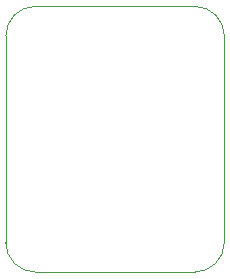
<source format=gbr>
%TF.GenerationSoftware,KiCad,Pcbnew,9.0.0*%
%TF.CreationDate,2025-03-24T14:35:24-05:00*%
%TF.ProjectId,DIIN-proyecto,4449494e-2d70-4726-9f79-6563746f2e6b,rev?*%
%TF.SameCoordinates,Original*%
%TF.FileFunction,Profile,NP*%
%FSLAX46Y46*%
G04 Gerber Fmt 4.6, Leading zero omitted, Abs format (unit mm)*
G04 Created by KiCad (PCBNEW 9.0.0) date 2025-03-24 14:35:24*
%MOMM*%
%LPD*%
G01*
G04 APERTURE LIST*
%TA.AperFunction,Profile*%
%ADD10C,0.050000*%
%TD*%
G04 APERTURE END LIST*
D10*
X89500000Y-61000000D02*
X103000000Y-61000000D01*
X87000000Y-41000000D02*
X87000000Y-58500000D01*
X103000000Y-38500000D02*
X89500000Y-38500000D01*
X105500000Y-58500000D02*
X105500000Y-41000000D01*
X105500000Y-58500000D02*
G75*
G02*
X103000000Y-61000000I-2500000J0D01*
G01*
X103000000Y-38500000D02*
G75*
G02*
X105500000Y-41000000I0J-2500000D01*
G01*
X87000000Y-41000000D02*
G75*
G02*
X89500000Y-38500000I2500000J0D01*
G01*
X89500000Y-61000000D02*
G75*
G02*
X87000000Y-58500000I0J2500000D01*
G01*
M02*

</source>
